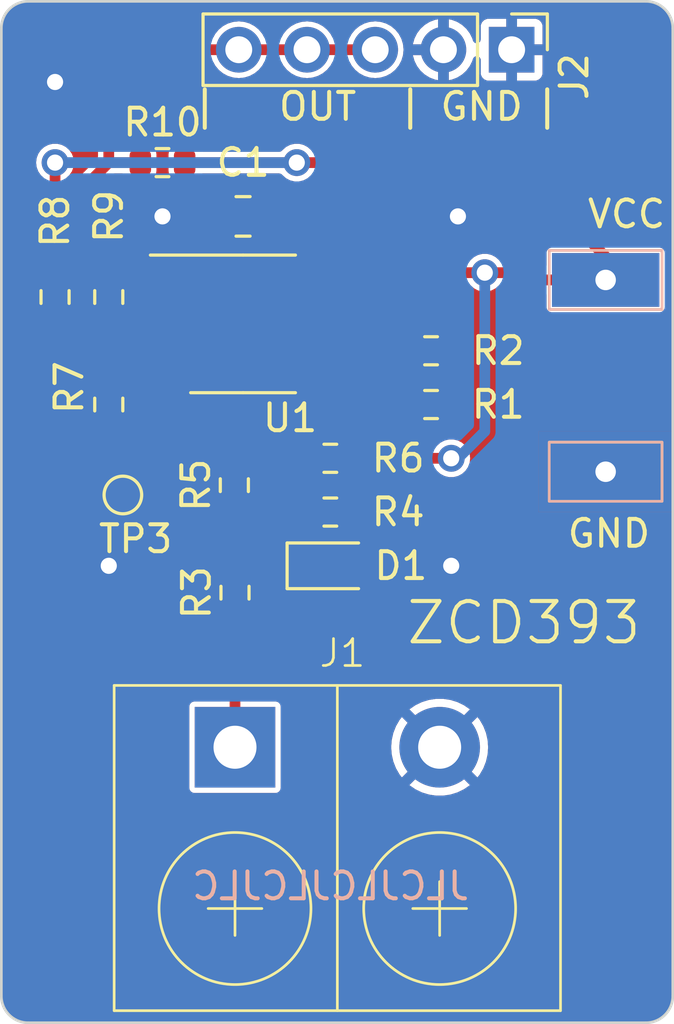
<source format=kicad_pcb>
(kicad_pcb (version 20221018) (generator pcbnew)
  (layers (0 "F.Cu" signal) (1 "In1.Cu" signal) (2 "In2.Cu" signal) (31 "B.Cu" signal) (34 "B.Paste" user) (35 "F.Paste" user) (36 "B.SilkS" user "B.Silkscreen") (37 "F.SilkS" user "F.Silkscreen") (38 "B.Mask" user) (39 "F.Mask" user) (44 "Edge.Cuts" user))
  (net 0 "")
  (net 1 "VCC")
  (net 2 "GND")
  (net 3 "VAC")
  (net 4 "/NUSED+")
  (net 5 "/ACATT")
  (net 6 "/ZCDIN")
  (net 7 "/ZCDREF")
  (net 8 "/NUSED-")
  (net 10 "/OUT")
  (footprint "Package_SO:SOIC-8_3.9x4.9mm_P1.27mm" (layer "F.Cu") (at 157 89)
    (fp_text reference "U1" (at 1.75 3.5) (layer "F.SilkS"))
    (fp_text value "LM393" hide)
    (fp_line (start 0 -2.56) (end -3.45 -2.56) (stroke (width 0.12)) (layer "F.SilkS"))
    (fp_line (start 0 -2.56) (end 1.95 -2.56) (stroke (width 0.12)) (layer "F.SilkS"))
    (fp_line (start 0 2.56) (end -1.95 2.56) (stroke (width 0.12)) (layer "F.SilkS"))
    (fp_line (start 0 2.56) (end 1.95 2.56) (stroke (width 0.12)) (layer "F.SilkS"))
    (pad "1" smd roundrect (at -2.475 -1.905) (size 1.95 0.6) (layers "F.Cu" "F.Paste" "F.Mask") (net 10 "/OUT"))
    (pad "2" smd roundrect (at -2.475 -0.635) (size 1.95 0.6) (layers "F.Cu" "F.Paste" "F.Mask") (net 6 "/ZCDIN"))
    (pad "3" smd roundrect (at -2.475 0.635) (size 1.95 0.6) (layers "F.Cu" "F.Paste" "F.Mask") (net 7 "/ZCDREF"))
    (pad "4" smd roundrect (at -2.475 1.905) (size 1.95 0.6) (layers "F.Cu" "F.Paste" "F.Mask") (net 2 "GND"))
    (pad "5" smd roundrect (at 2.475 1.905) (size 1.95 0.6) (layers "F.Cu" "F.Paste" "F.Mask") (net 4 "/NUSED+"))
    (pad "6" smd roundrect (at 2.475 0.635) (size 1.95 0.6) (layers "F.Cu" "F.Paste" "F.Mask") (net 8 "/NUSED-"))
    (pad "7" smd roundrect (at 2.475 -0.635) (size 1.95 0.6) (layers "F.Cu" "F.Paste" "F.Mask"))
    (pad "8" smd roundrect (at 2.475 -1.905) (size 1.95 0.6) (layers "F.Cu" "F.Paste" "F.Mask") (net 1 "VCC"))
  )
  (footprint "Resistor_SMD:R_0603_1608Metric" (layer "F.Cu") (at 154 83 180)
    (fp_text reference "R10" (at 0 1.5) (layer "F.SilkS"))
    (fp_text value "10k" hide)
    (fp_line (start -0.237258 -0.5225) (end 0.237258 -0.5225) (stroke (width 0.12)) (layer "F.SilkS"))
    (fp_line (start -0.237258 0.5225) (end 0.237258 0.5225) (stroke (width 0.12)) (layer "F.SilkS"))
    (pad "1" smd roundrect (at -0.825 0 180) (size 0.8 0.95) (layers "F.Cu" "F.Paste" "F.Mask") (net 1 "VCC"))
    (pad "2" smd roundrect (at 0.825 0 180) (size 0.8 0.95) (layers "F.Cu" "F.Paste" "F.Mask") (net 10 "/OUT"))
  )
  (footprint "Diode_SMD:D_SOD-323" (layer "F.Cu") (at 160.25 98)
    (fp_text reference "D1" (at 2.625 0) (layer "F.SilkS"))
    (fp_text value "1N5819WS" hide)
    (fp_line (start -1.61 -0.85) (end -1.61 0.85) (stroke (width 0.12)) (layer "F.SilkS"))
    (fp_line (start -1.61 -0.85) (end 1.05 -0.85) (stroke (width 0.12)) (layer "F.SilkS"))
    (fp_line (start -1.61 0.85) (end 1.05 0.85) (stroke (width 0.12)) (layer "F.SilkS"))
    (pad "1" smd roundrect (at -1.05 0) (size 0.6 0.45) (layers "F.Cu" "F.Paste" "F.Mask") (net 5 "/ACATT"))
    (pad "2" smd roundrect (at 1.05 0) (size 0.6 0.45) (layers "F.Cu" "F.Paste" "F.Mask") (net 2 "GND"))
  )
  (footprint "TestPoint:TestPoint_Pad_D1.0mm" (layer "F.Cu") (at 152.525 95.365)
    (fp_text reference "TP3" (at 0.475 1.635) (layer "F.SilkS"))
    (fp_text value "TestPoint" hide)
    (fp_circle (center 0 0) (end 0 0.7) (stroke (width 0.12)) (fill none) (layer "F.SilkS"))
    (pad "1" smd circle (at 0 0) (size 1 1) (layers "F.Cu" "F.Mask") (net 6 "/ZCDIN"))
  )
  (footprint "Capacitor_SMD:C_0805_2012Metric" (layer "F.Cu") (at 157 85 180)
    (fp_text reference "C1" (at 0 2 180) (layer "F.SilkS"))
    (fp_text value "0.1u" hide)
    (fp_line (start -0.261252 -0.735) (end 0.261252 -0.735) (stroke (width 0.12)) (layer "F.SilkS"))
    (fp_line (start -0.261252 0.735) (end 0.261252 0.735) (stroke (width 0.12)) (layer "F.SilkS"))
    (pad "1" smd roundrect (at -0.95 0 180) (size 1 1.45) (layers "F.Cu" "F.Paste" "F.Mask") (net 1 "VCC"))
    (pad "2" smd roundrect (at 0.95 0 180) (size 1 1.45) (layers "F.Cu" "F.Paste" "F.Mask") (net 2 "GND"))
  )
  (footprint "pcrap:KF7.62" (layer "F.Cu") (at 159.7 104.75)
    (fp_text reference "J1" (at 1 -3.5 unlocked) (layer "F.SilkS") (effects (font (thickness 0.1))))
    (fp_text value "Screw_Terminal_01x02")
    (fp_line (start -7.5 -2.3) (end -7.5 9.8) (stroke (width 0.1)) (layer "F.SilkS"))
    (fp_line (start -4 6) (end -2 6) (stroke (width 0.1)) (layer "F.SilkS"))
    (fp_line (start -3 5) (end -3 7) (stroke (width 0.1)) (layer "F.SilkS"))
    (fp_line (start 0.81 9.8) (end 0.81 -2.3) (stroke (width 0.1)) (layer "F.SilkS"))
    (fp_line (start 3.62 6) (end 5.62 6) (stroke (width 0.1)) (layer "F.SilkS"))
    (fp_line (start 4.62 5) (end 4.62 7) (stroke (width 0.1)) (layer "F.SilkS"))
    (fp_line (start 9.12 -2.3) (end -7.5 -2.3) (stroke (width 0.1)) (layer "F.SilkS"))
    (fp_line (start 9.12 9.8) (end -7.5 9.8) (stroke (width 0.1)) (layer "F.SilkS"))
    (fp_line (start 9.12 9.8) (end 9.12 -2.3) (stroke (width 0.1)) (layer "F.SilkS"))
    (fp_circle (center -3 6) (end -5 4) (stroke (width 0.1)) (fill none) (layer "F.SilkS"))
    (fp_circle (center 4.62 6) (end 7.448427 6) (stroke (width 0.1)) (fill none) (layer "F.SilkS"))
    (pad "1" thru_hole rect (at -3 0) (size 3 3) (drill 1.6) (layers "*.Cu" "*.Mask") (net 3 "VAC"))
    (pad "2" thru_hole circle (at 4.62 0) (size 3 3) (drill 1.6) (layers "*.Cu" "*.Mask") (net 2 "GND"))
  )
  (footprint "Resistor_SMD:R_0603_1608Metric" (layer "F.Cu") (at 152 88 90)
    (fp_text reference "R9" (at 3 0 90) (layer "F.SilkS"))
    (fp_text value "10MEG" hide)
    (fp_line (start -0.237258 -0.5225) (end 0.237258 -0.5225) (stroke (width 0.12)) (layer "F.SilkS"))
    (fp_line (start -0.237258 0.5225) (end 0.237258 0.5225) (stroke (width 0.12)) (layer "F.SilkS"))
    (pad "1" smd roundrect (at -0.825 0 90) (size 0.8 0.95) (layers "F.Cu" "F.Paste" "F.Mask") (net 7 "/ZCDREF"))
    (pad "2" smd roundrect (at 0.825 0 90) (size 0.8 0.95) (layers "F.Cu" "F.Paste" "F.Mask") (net 10 "/OUT"))
  )
  (footprint "Resistor_SMD:R_0603_1608Metric" (layer "F.Cu") (at 160.25 96)
    (fp_text reference "R4" (at 2.525 0) (layer "F.SilkS"))
    (fp_text value "2.7k" hide)
    (fp_line (start -0.237258 -0.5225) (end 0.237258 -0.5225) (stroke (width 0.12)) (layer "F.SilkS"))
    (fp_line (start -0.237258 0.5225) (end 0.237258 0.5225) (stroke (width 0.12)) (layer "F.SilkS"))
    (pad "1" smd roundrect (at -0.825 0) (size 0.8 0.95) (layers "F.Cu" "F.Paste" "F.Mask") (net 5 "/ACATT"))
    (pad "2" smd roundrect (at 0.825 0) (size 0.8 0.95) (layers "F.Cu" "F.Paste" "F.Mask") (net 2 "GND"))
  )
  (footprint "pcrap:TestPoint_THTPad_4.0x2.0mm" (layer "F.Cu") (at 170.5 87.365)
    (fp_text reference "TP1" hide)
    (fp_text value "TestPoint")
    (fp_rect (start -2.1 -1.1) (end 2.1 1.1) (stroke (width 0.1)) (fill none) (layer "B.SilkS"))
    (fp_rect (start -2.1 -1.1) (end 2.1 1.1) (stroke (width 0.1)) (fill none) (layer "F.SilkS"))
    (pad "1" thru_hole rect (at 0 0) (size 4 2) (drill 0.762) (layers "*.Cu" "*.Mask") (net 1 "VCC"))
  )
  (footprint "Resistor_SMD:R_0603_1608Metric" (layer "F.Cu") (at 160.25 94 180)
    (fp_text reference "R6" (at -2.525 0) (layer "F.SilkS"))
    (fp_text value "220k" hide)
    (fp_line (start -0.237258 -0.5225) (end 0.237258 -0.5225) (stroke (width 0.12)) (layer "F.SilkS"))
    (fp_line (start -0.237258 0.5225) (end 0.237258 0.5225) (stroke (width 0.12)) (layer "F.SilkS"))
    (pad "1" smd roundrect (at -0.825 0 180) (size 0.8 0.95) (layers "F.Cu" "F.Paste" "F.Mask") (net 1 "VCC"))
    (pad "2" smd roundrect (at 0.825 0 180) (size 0.8 0.95) (layers "F.Cu" "F.Paste" "F.Mask") (net 6 "/ZCDIN"))
  )
  (footprint "Connector_PinHeader_2.54mm:PinHeader_1x05_P2.54mm_Vertical" (layer "F.Cu") (at 167 78.8 -90)
    (fp_text reference "J2" (at 1 -2.33 90) (layer "F.SilkS"))
    (fp_text value "Conn_01x05_Pin" hide)
    (fp_line (start -1.33 -1.33) (end 0 -1.33) (stroke (width 0.12)) (layer "F.SilkS"))
    (fp_line (start -1.33 0) (end -1.33 -1.33) (stroke (width 0.12)) (layer "F.SilkS"))
    (fp_line (start -1.33 1.27) (end -1.33 11.49) (stroke (width 0.12)) (layer "F.SilkS"))
    (fp_line (start -1.33 1.27) (end 1.33 1.27) (stroke (width 0.12)) (layer "F.SilkS"))
    (fp_line (start -1.33 11.49) (end 1.33 11.49) (stroke (width 0.12)) (layer "F.SilkS"))
    (fp_line (start 1.33 1.27) (end 1.33 11.49) (stroke (width 0.12)) (layer "F.SilkS"))
    (pad "1" thru_hole rect (at 0 0 270) (size 1.7 1.7) (drill 1) (layers "*.Cu" "*.Mask") (net 2 "GND"))
    (pad "2" thru_hole oval (at 0 2.54 270) (size 1.7 1.7) (drill 1) (layers "*.Cu" "*.Mask") (net 2 "GND"))
    (pad "3" thru_hole oval (at 0 5.08 270) (size 1.7 1.7) (drill 1) (layers "*.Cu" "*.Mask") (net 10 "/OUT"))
    (pad "4" thru_hole oval (at 0 7.62 270) (size 1.7 1.7) (drill 1) (layers "*.Cu" "*.Mask") (net 10 "/OUT"))
    (pad "5" thru_hole oval (at 0 10.16 270) (size 1.7 1.7) (drill 1) (layers "*.Cu" "*.Mask") (net 10 "/OUT"))
  )
  (footprint "pcrap:TestPoint_THTPad_4.0x2.0mm" (layer "F.Cu") (at 170.5 94.5)
    (fp_text reference "TP2" hide)
    (fp_text value "TestPoint")
    (fp_rect (start -2.1 -1.1) (end 2.1 1.1) (stroke (width 0.1)) (fill none) (layer "B.SilkS"))
    (fp_rect (start -2.1 -1.1) (end 2.1 1.1) (stroke (width 0.1)) (fill none) (layer "F.SilkS"))
    (pad "1" thru_hole rect (at 0 0) (size 4 2) (drill 0.762) (layers "*.Cu" "*.Mask") (net 2 "GND"))
  )
  (footprint "Resistor_SMD:R_0603_1608Metric" (layer "F.Cu") (at 156.7 99 90)
    (fp_text reference "R3" (at 0 -1.43 90) (layer "F.SilkS"))
    (fp_text value "8.2k" hide)
    (fp_line (start -0.237258 -0.5225) (end 0.237258 -0.5225) (stroke (width 0.12)) (layer "F.SilkS"))
    (fp_line (start -0.237258 0.5225) (end 0.237258 0.5225) (stroke (width 0.12)) (layer "F.SilkS"))
    (pad "1" smd roundrect (at -0.825 0 90) (size 0.8 0.95) (layers "F.Cu" "F.Paste" "F.Mask") (net 3 "VAC"))
    (pad "2" smd roundrect (at 0.825 0 90) (size 0.8 0.95) (layers "F.Cu" "F.Paste" "F.Mask") (net 5 "/ACATT"))
  )
  (footprint "Resistor_SMD:R_0603_1608Metric" (layer "F.Cu") (at 164 90 180)
    (fp_text reference "R2" (at -2.5 0) (layer "F.SilkS"))
    (fp_text value "10k" hide)
    (fp_line (start -0.237258 -0.5225) (end 0.237258 -0.5225) (stroke (width 0.12)) (layer "F.SilkS"))
    (fp_line (start -0.237258 0.5225) (end 0.237258 0.5225) (stroke (width 0.12)) (layer "F.SilkS"))
    (pad "1" smd roundrect (at -0.825 0 180) (size 0.8 0.95) (layers "F.Cu" "F.Paste" "F.Mask") (net 2 "GND"))
    (pad "2" smd roundrect (at 0.825 0 180) (size 0.8 0.95) (layers "F.Cu" "F.Paste" "F.Mask") (net 8 "/NUSED-"))
  )
  (footprint "Resistor_SMD:R_0603_1608Metric" (layer "F.Cu") (at 156.675 95 90)
    (fp_text reference "R5" (at 0 -1.43 90) (layer "F.SilkS"))
    (fp_text value "6.8k" hide)
    (fp_line (start -0.237258 -0.5225) (end 0.237258 -0.5225) (stroke (width 0.12)) (layer "F.SilkS"))
    (fp_line (start -0.237258 0.5225) (end 0.237258 0.5225) (stroke (width 0.12)) (layer "F.SilkS"))
    (pad "1" smd roundrect (at -0.825 0 90) (size 0.8 0.95) (layers "F.Cu" "F.Paste" "F.Mask") (net 5 "/ACATT"))
    (pad "2" smd roundrect (at 0.825 0 90) (size 0.8 0.95) (layers "F.Cu" "F.Paste" "F.Mask") (net 6 "/ZCDIN"))
  )
  (footprint "Resistor_SMD:R_0603_1608Metric" (layer "F.Cu") (at 152 92 -90)
    (fp_text reference "R7" (at -0.635 1.475 90) (layer "F.SilkS"))
    (fp_text value "15k" hide)
    (fp_line (start -0.237258 -0.5225) (end 0.237258 -0.5225) (stroke (width 0.12)) (layer "F.SilkS"))
    (fp_line (start -0.237258 0.5225) (end 0.237258 0.5225) (stroke (width 0.12)) (layer "F.SilkS"))
    (pad "1" smd roundrect (at -0.825 0 270) (size 0.8 0.95) (layers "F.Cu" "F.Paste" "F.Mask") (net 7 "/ZCDREF"))
    (pad "2" smd roundrect (at 0.825 0 270) (size 0.8 0.95) (layers "F.Cu" "F.Paste" "F.Mask") (net 2 "GND"))
  )
  (footprint "Resistor_SMD:R_0603_1608Metric" (layer "F.Cu") (at 164 92 180)
    (fp_text reference "R1" (at -2.5 0) (layer "F.SilkS"))
    (fp_text value "10k" hide)
    (fp_line (start -0.237258 -0.5225) (end 0.237258 -0.5225) (stroke (width 0.12)) (layer "F.SilkS"))
    (fp_line (start -0.237258 0.5225) (end 0.237258 0.5225) (stroke (width 0.12)) (layer "F.SilkS"))
    (pad "1" smd roundrect (at -0.825 0 180) (size 0.8 0.95) (layers "F.Cu" "F.Paste" "F.Mask") (net 2 "GND"))
    (pad "2" smd roundrect (at 0.825 0 180) (size 0.8 0.95) (layers "F.Cu" "F.Paste" "F.Mask") (net 4 "/NUSED+"))
  )
  (footprint "Resistor_SMD:R_0603_1608Metric" (layer "F.Cu") (at 150 88 -90)
    (fp_text reference "R8" (at -2.825 0 90) (layer "F.SilkS"))
    (fp_text value "220k" hide)
    (fp_line (start -0.237258 -0.5225) (end 0.237258 -0.5225) (stroke (width 0.12)) (layer "F.SilkS"))
    (fp_line (start -0.237258 0.5225) (end 0.237258 0.5225) (stroke (width 0.12)) (layer "F.SilkS"))
    (pad "1" smd roundrect (at -0.825 0 270) (size 0.8 0.95) (layers "F.Cu" "F.Paste" "F.Mask") (net 1 "VCC"))
    (pad "2" smd roundrect (at 0.825 0 270) (size 0.8 0.95) (layers "F.Cu" "F.Paste" "F.Mask") (net 7 "/ZCDREF"))
  )
  (gr_line (start 148 78) (end 148 114) (stroke (width 0.1)) (layer "Edge.Cuts"))
  (gr_arc (start 149 115) (mid 148.292893 114.707107) (end 148 114) (stroke (width 0.1)) (layer "Edge.Cuts"))
  (gr_arc (start 173 114) (mid 172.707107 114.707107) (end 172 115) (stroke (width 0.1)) (layer "Edge.Cuts"))
  (gr_line (start 149 115) (end 172 115) (stroke (width 0.1)) (layer "Edge.Cuts"))
  (gr_arc (start 148 78) (mid 148.292893 77.292893) (end 149 77) (stroke (width 0.1)) (layer "Edge.Cuts"))
  (gr_line (start 172 77) (end 149 77) (stroke (width 0.1)) (layer "Edge.Cuts"))
  (gr_arc (start 172 77) (mid 172.707107 77.292893) (end 173 78) (stroke (width 0.1)) (layer "Edge.Cuts"))
  (gr_line (start 173 78) (end 173 114) (stroke (width 0.1)) (layer "Edge.Cuts"))
  (gr_text "JLCJLCJLCJLC" (at 165.5 110.5) (layer "B.SilkS") (effects (font (size 1 1)) (justify left bottom mirror)))
  (gr_text "OUT  " (at 158.25 81.5) (layer "F.SilkS") (effects (font (size 1 1)) (justify left bottom)))
  (gr_text " GND" (at 163.5 81.5) (layer "F.SilkS") (effects (font (size 1 1)) (justify left bottom)))
  (gr_text "|" (at 162.65 81.5) (layer "F.SilkS") (effects (font (size 1 1)) (justify left bottom)))
  (gr_text "|" (at 155 81.5) (layer "F.SilkS") (effects (font (size 1 1)) (justify left bottom)))
  (gr_text "VCC" (at 169.75 85.5) (layer "F.SilkS") (effects (font (size 1 1)) (justify left bottom)))
  (gr_text "|" (at 167.75 81.5) (layer "F.SilkS") (effects (font (size 1 1)) (justify left bottom)))
  (gr_text "ZCD393" (at 163 101) (layer "F.SilkS") (effects (font (size 1.5 1.5)) (justify left bottom)))
  (gr_text "GND" (at 169 97.385) (layer "F.SilkS") (effects (font (size 1 1)) (justify left bottom)))
  (segment (start 170.5 86.5) (end 167 83) (width 0.4) (layer "F.Cu") (net 1))
  (segment (start 160 85) (end 161 86) (width 0.4) (layer "F.Cu") (net 1))
  (segment (start 167 83) (end 159 83) (width 0.4) (layer "F.Cu") (net 1))
  (segment (start 161.075 94) (end 164.75 94) (width 0.4) (layer "F.Cu") (net 1))
  (segment (start 159 83) (end 154.825 83) (width 0.4) (layer "F.Cu") (net 1))
  (segment (start 161 86) (end 161 87.095) (width 0.4) (layer "F.Cu") (net 1))
  (segment (start 166 87.095) (end 167.095 87.095) (width 0.4) (layer "F.Cu") (net 1))
  (segment (start 170.5 87.365) (end 170.5 86.5) (width 0.4) (layer "F.Cu") (net 1))
  (segment (start 150 87.175) (end 150 83) (width 0.4) (layer "F.Cu") (net 1))
  (segment (start 167.095 87.095) (end 167.365 87.365) (width 0.4) (layer "F.Cu") (net 1))
  (segment (start 157.95 85) (end 160 85) (width 0.4) (layer "F.Cu") (net 1))
  (segment (start 159.475 87.095) (end 161 87.095) (width 0.4) (layer "F.Cu") (net 1))
  (segment (start 161 87.095) (end 166 87.095) (width 0.4) (layer "F.Cu") (net 1))
  (segment (start 167.365 87.365) (end 170.5 87.365) (width 0.4) (layer "F.Cu") (net 1))
  (via (at 150 83) (size 1) (drill 0.6) (layers "F.Cu" "B.Cu") (net 1))
  (via (at 166 87.095) (size 1) (drill 0.6) (layers "F.Cu" "B.Cu") (net 1))
  (via (at 159 83) (size 1) (drill 0.6) (layers "F.Cu" "B.Cu") (net 1))
  (via (at 164.75 94) (size 1) (drill 0.6) (layers "F.Cu" "B.Cu") (net 1))
  (segment (start 165 94) (end 166 93) (width 0.4) (layer "B.Cu") (net 1))
  (segment (start 166 93) (end 166 87.095) (width 0.4) (layer "B.Cu") (net 1))
  (segment (start 150 83) (end 159 83) (width 0.4) (layer "B.Cu") (net 1))
  (segment (start 164.75 94) (end 165 94) (width 0.4) (layer "B.Cu") (net 1))
  (via (at 150 80) (size 1) (drill 0.6) (layers "F.Cu" "B.Cu") (net 2))
  (via (at 165 85) (size 1) (drill 0.6) (layers "F.Cu" "B.Cu") (net 2))
  (via (at 152 98) (size 1) (drill 0.6) (layers "F.Cu" "B.Cu") (net 2))
  (via (at 164.75 98) (size 1) (drill 0.6) (layers "F.Cu" "B.Cu") (net 2))
  (via (at 154 85) (size 1) (drill 0.6) (layers "F.Cu" "B.Cu") (net 2))
  (segment (start 156.7 99.825) (end 156.7 104.75) (width 0.4) (layer "F.Cu") (net 3))
  (segment (start 160.905 90.905) (end 162 92) (width 0.4) (layer "F.Cu") (net 4))
  (segment (start 162 92) (end 163.175 92) (width 0.4) (layer "F.Cu") (net 4))
  (segment (start 159.475 90.905) (end 160.905 90.905) (width 0.4) (layer "F.Cu") (net 4))
  (segment (start 159.425 96) (end 158.5 96) (width 0.4) (layer "F.Cu") (net 5))
  (segment (start 158.5 96) (end 157.625 96.875) (width 0.4) (layer "F.Cu") (net 5))
  (segment (start 158.25 98) (end 157.625 97.375) (width 0.4) (layer "F.Cu") (net 5))
  (segment (start 156.85 96) (end 156.675 95.825) (width 0.4) (layer "F.Cu") (net 5))
  (segment (start 156.7 95.85) (end 156.675 95.825) (width 0.4) (layer "F.Cu") (net 5))
  (segment (start 157.625 96.875) (end 157.5 97) (width 0.4) (layer "F.Cu") (net 5))
  (segment (start 156.7 97) (end 156.7 95.85) (width 0.4) (layer "F.Cu") (net 5))
  (segment (start 157.625 97.375) (end 157.625 96.875) (width 0.4) (layer "F.Cu") (net 5))
  (segment (start 156.7 98.175) (end 156.7 97) (width 0.4) (layer "F.Cu") (net 5))
  (segment (start 159.2 98) (end 158.25 98) (width 0.4) (layer "F.Cu") (net 5))
  (segment (start 157.5 97) (end 156.7 97) (width 0.4) (layer "F.Cu") (net 5))
  (segment (start 156.675 94.175) (end 156.675 93) (width 0.4) (layer "F.Cu") (net 6))
  (segment (start 159.425 94) (end 158.25 94) (width 0.4) (layer "F.Cu") (net 6))
  (segment (start 156.115 88.365) (end 154.525 88.365) (width 0.4) (layer "F.Cu") (net 6))
  (segment (start 156.675 88.925) (end 156.115 88.365) (width 0.4) (layer "F.Cu") (net 6))
  (segment (start 156.675 93) (end 156.675 88.925) (width 0.4) (layer "F.Cu") (net 6))
  (segment (start 157.25 93) (end 156.675 93) (width 0.4) (layer "F.Cu") (net 6))
  (segment (start 152.525 95.365) (end 154.89 93) (width 0.4) (layer "F.Cu") (net 6))
  (segment (start 158.25 94) (end 157.25 93) (width 0.4) (layer "F.Cu") (net 6))
  (segment (start 154.89 93) (end 156.675 93) (width 0.4) (layer "F.Cu") (net 6))
  (segment (start 156.85 94) (end 156.675 94.175) (width 0.4) (layer "F.Cu") (net 6))
  (segment (start 150 88.825) (end 150 89.75) (width 0.4) (layer "F.Cu") (net 7))
  (segment (start 152.365 89.635) (end 152 90) (width 0.4) (layer "F.Cu") (net 7))
  (segment (start 152 91.175) (end 152 90.25) (width 0.4) (layer "F.Cu") (net 7))
  (segment (start 150.5 90.25) (end 152 90.25) (width 0.4) (layer "F.Cu") (net 7))
  (segment (start 152 90.25) (end 152 90) (width 0.4) (layer "F.Cu") (net 7))
  (segment (start 154.525 89.635) (end 152.365 89.635) (width 0.4) (layer "F.Cu") (net 7))
  (segment (start 152 90) (end 152 88.825) (width 0.4) (layer "F.Cu") (net 7))
  (segment (start 150 89.75) (end 150.5 90.25) (width 0.4) (layer "F.Cu") (net 7))
  (segment (start 159.475 89.635) (end 160.635 89.635) (width 0.4) (layer "F.Cu") (net 8))
  (segment (start 160.635 89.635) (end 161 90) (width 0.4) (layer "F.Cu") (net 8))
  (segment (start 161 90) (end 163.175 90) (width 0.4) (layer "F.Cu") (net 8))
  (segment (start 152 83) (end 151 84) (width 0.4) (layer "F.Cu") (net 10))
  (segment (start 154.2 78.8) (end 156.84 78.8) (width 0.4) (layer "F.Cu") (net 10))
  (segment (start 153.175 83) (end 152 83) (width 0.4) (layer "F.Cu") (net 10))
  (segment (start 152 81) (end 154.2 78.8) (width 0.4) (layer "F.Cu") (net 10))
  (segment (start 152 83) (end 152 81) (width 0.4) (layer "F.Cu") (net 10))
  (segment (start 152 86) (end 152 87.175) (width 0.4) (layer "F.Cu") (net 10))
  (segment (start 153.095 87.095) (end 152 86) (width 0.4) (layer "F.Cu") (net 10))
  (segment (start 151 84) (end 151 85) (width 0.4) (layer "F.Cu") (net 10))
  (segment (start 159.38 78.8) (end 156.84 78.8) (width 0.4) (layer "F.Cu") (net 10))
  (segment (start 151 85) (end 152 86) (width 0.4) (layer "F.Cu") (net 10))
  (segment (start 159.38 78.8) (end 161.92 78.8) (width 0.4) (layer "F.Cu") (net 10))
  (segment (start 154.525 87.095) (end 153.095 87.095) (width 0.4) (layer "F.Cu") (net 10))
  (zone (net 2) (net_name "GND") (layers "F.Cu" "In1.Cu" "In2.Cu" "B.Cu") (name "GND") (connect_pads (clearance 0)) (min_thickness 0.3) (fill yes (thermal_gap 0.3) (thermal_bridge_width 0.4))
    (polygon (pts (xy 148 77) (xy 173 77) (xy 173 115) (xy 148 115)))
  )
  (zone (net 2) (net_name "GND") (layers "F.Cu" "In1.Cu" "In2.Cu" "B.Cu") (priority 1) (connect_pads yes (clearance 0)) (min_thickness 0.25) (fill yes (thermal_gap 0.5) (thermal_bridge_width 0.5))
    (polygon (pts (xy 168 93) (xy 173 93) (xy 173 96) (xy 168 96)))
  )
)
</source>
